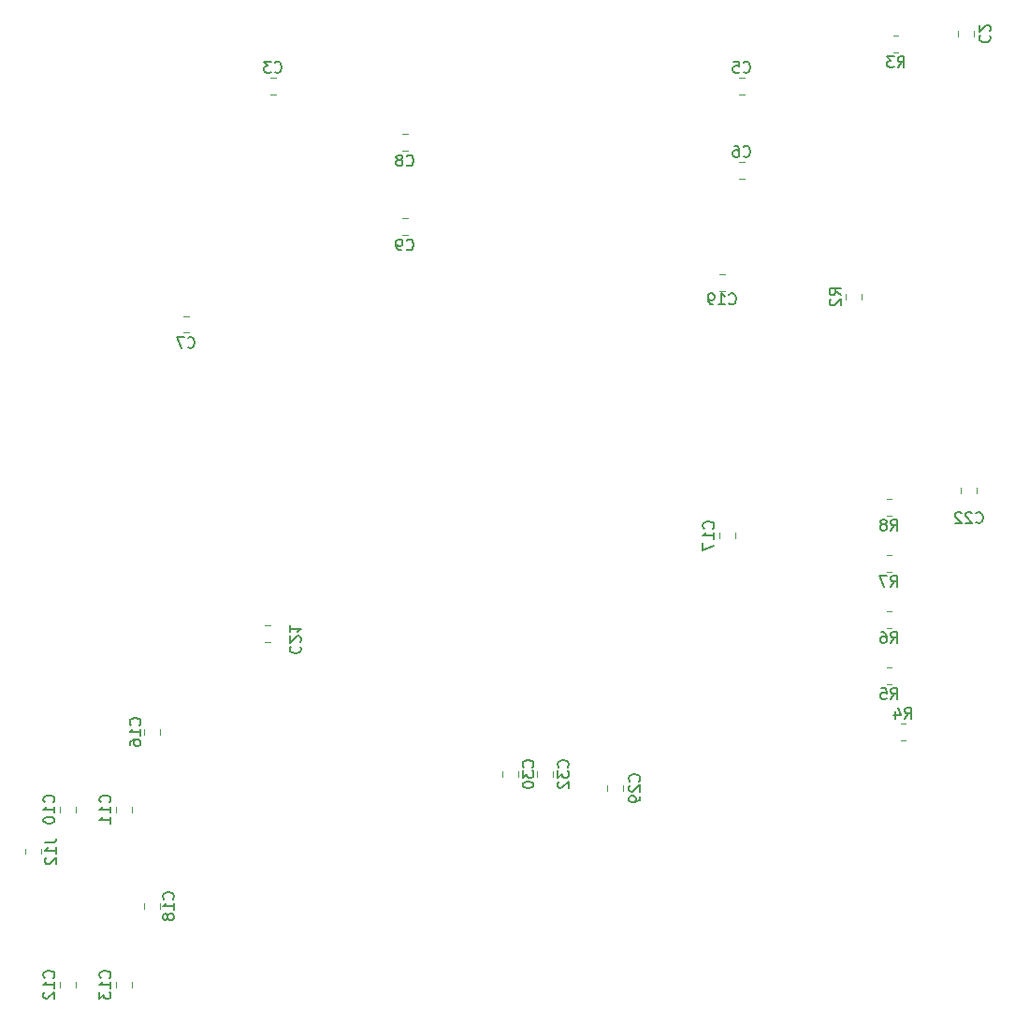
<source format=gbr>
%TF.GenerationSoftware,KiCad,Pcbnew,(5.1.9)-1*%
%TF.CreationDate,2021-11-03T00:36:12-04:00*%
%TF.ProjectId,main,6d61696e-2e6b-4696-9361-645f70636258,rev?*%
%TF.SameCoordinates,Original*%
%TF.FileFunction,Legend,Bot*%
%TF.FilePolarity,Positive*%
%FSLAX46Y46*%
G04 Gerber Fmt 4.6, Leading zero omitted, Abs format (unit mm)*
G04 Created by KiCad (PCBNEW (5.1.9)-1) date 2021-11-03 00:36:12*
%MOMM*%
%LPD*%
G01*
G04 APERTURE LIST*
%ADD10C,0.120000*%
%ADD11C,0.150000*%
G04 APERTURE END LIST*
D10*
%TO.C,J12*%
X29310000Y-105002064D02*
X29310000Y-104547936D01*
X27840000Y-105002064D02*
X27840000Y-104547936D01*
%TO.C,R8*%
X105817936Y-72925000D02*
X106272064Y-72925000D01*
X105817936Y-74395000D02*
X106272064Y-74395000D01*
%TO.C,R7*%
X105817936Y-78005000D02*
X106272064Y-78005000D01*
X105817936Y-79475000D02*
X106272064Y-79475000D01*
%TO.C,R6*%
X105817936Y-83085000D02*
X106272064Y-83085000D01*
X105817936Y-84555000D02*
X106272064Y-84555000D01*
%TO.C,R5*%
X105817936Y-88165000D02*
X106272064Y-88165000D01*
X105817936Y-89635000D02*
X106272064Y-89635000D01*
%TO.C,R4*%
X107542064Y-94715000D02*
X107087936Y-94715000D01*
X107542064Y-93245000D02*
X107087936Y-93245000D01*
%TO.C,C13*%
X37565000Y-116578748D02*
X37565000Y-117101252D01*
X36095000Y-116578748D02*
X36095000Y-117101252D01*
%TO.C,C12*%
X32485000Y-116578748D02*
X32485000Y-117101252D01*
X31015000Y-116578748D02*
X31015000Y-117101252D01*
%TO.C,C11*%
X37565000Y-100703748D02*
X37565000Y-101226252D01*
X36095000Y-100703748D02*
X36095000Y-101226252D01*
%TO.C,C10*%
X32485000Y-100703748D02*
X32485000Y-101226252D01*
X31015000Y-100703748D02*
X31015000Y-101226252D01*
%TO.C,R3*%
X106452936Y-32485000D02*
X106907064Y-32485000D01*
X106452936Y-31015000D02*
X106907064Y-31015000D01*
%TO.C,R2*%
X102135000Y-54382936D02*
X102135000Y-54837064D01*
X103605000Y-54382936D02*
X103605000Y-54837064D01*
%TO.C,C9*%
X61968748Y-48995000D02*
X62491252Y-48995000D01*
X61968748Y-47525000D02*
X62491252Y-47525000D01*
%TO.C,C8*%
X61968748Y-41375000D02*
X62491252Y-41375000D01*
X61968748Y-39905000D02*
X62491252Y-39905000D01*
%TO.C,C7*%
X42153048Y-57856900D02*
X42675552Y-57856900D01*
X42153048Y-56386900D02*
X42675552Y-56386900D01*
%TO.C,C6*%
X92971252Y-42445000D02*
X92448748Y-42445000D01*
X92971252Y-43915000D02*
X92448748Y-43915000D01*
%TO.C,C5*%
X92971252Y-34825000D02*
X92448748Y-34825000D01*
X92971252Y-36295000D02*
X92448748Y-36295000D01*
%TO.C,C32*%
X74195000Y-98051252D02*
X74195000Y-97528748D01*
X75665000Y-98051252D02*
X75665000Y-97528748D01*
%TO.C,C30*%
X71020000Y-98051252D02*
X71020000Y-97528748D01*
X72490000Y-98051252D02*
X72490000Y-97528748D01*
%TO.C,C3*%
X50553252Y-36295000D02*
X50030748Y-36295000D01*
X50553252Y-34825000D02*
X50030748Y-34825000D01*
%TO.C,C2*%
X112264800Y-31063552D02*
X112264800Y-30541048D01*
X113734800Y-31063552D02*
X113734800Y-30541048D01*
%TO.C,C29*%
X82015000Y-99321252D02*
X82015000Y-98798748D01*
X80545000Y-99321252D02*
X80545000Y-98798748D01*
%TO.C,C22*%
X112549000Y-71874748D02*
X112549000Y-72397252D01*
X114019000Y-71874748D02*
X114019000Y-72397252D01*
%TO.C,C21*%
X49522748Y-85825000D02*
X50045252Y-85825000D01*
X49522748Y-84355000D02*
X50045252Y-84355000D01*
%TO.C,C19*%
X91193252Y-52605000D02*
X90670748Y-52605000D01*
X91193252Y-54075000D02*
X90670748Y-54075000D01*
%TO.C,C18*%
X40105000Y-109989252D02*
X40105000Y-109466748D01*
X38635000Y-109989252D02*
X38635000Y-109466748D01*
%TO.C,C17*%
X90705000Y-75938748D02*
X90705000Y-76461252D01*
X92175000Y-75938748D02*
X92175000Y-76461252D01*
%TO.C,C16*%
X40105000Y-94241252D02*
X40105000Y-93718748D01*
X38635000Y-94241252D02*
X38635000Y-93718748D01*
%TO.C,J12*%
D11*
X29677380Y-103965476D02*
X30391666Y-103965476D01*
X30534523Y-103917857D01*
X30629761Y-103822619D01*
X30677380Y-103679761D01*
X30677380Y-103584523D01*
X30677380Y-104965476D02*
X30677380Y-104394047D01*
X30677380Y-104679761D02*
X29677380Y-104679761D01*
X29820238Y-104584523D01*
X29915476Y-104489285D01*
X29963095Y-104394047D01*
X29772619Y-105346428D02*
X29725000Y-105394047D01*
X29677380Y-105489285D01*
X29677380Y-105727380D01*
X29725000Y-105822619D01*
X29772619Y-105870238D01*
X29867857Y-105917857D01*
X29963095Y-105917857D01*
X30105952Y-105870238D01*
X30677380Y-105298809D01*
X30677380Y-105917857D01*
%TO.C,R8*%
X106211666Y-75762380D02*
X106545000Y-75286190D01*
X106783095Y-75762380D02*
X106783095Y-74762380D01*
X106402142Y-74762380D01*
X106306904Y-74810000D01*
X106259285Y-74857619D01*
X106211666Y-74952857D01*
X106211666Y-75095714D01*
X106259285Y-75190952D01*
X106306904Y-75238571D01*
X106402142Y-75286190D01*
X106783095Y-75286190D01*
X105640238Y-75190952D02*
X105735476Y-75143333D01*
X105783095Y-75095714D01*
X105830714Y-75000476D01*
X105830714Y-74952857D01*
X105783095Y-74857619D01*
X105735476Y-74810000D01*
X105640238Y-74762380D01*
X105449761Y-74762380D01*
X105354523Y-74810000D01*
X105306904Y-74857619D01*
X105259285Y-74952857D01*
X105259285Y-75000476D01*
X105306904Y-75095714D01*
X105354523Y-75143333D01*
X105449761Y-75190952D01*
X105640238Y-75190952D01*
X105735476Y-75238571D01*
X105783095Y-75286190D01*
X105830714Y-75381428D01*
X105830714Y-75571904D01*
X105783095Y-75667142D01*
X105735476Y-75714761D01*
X105640238Y-75762380D01*
X105449761Y-75762380D01*
X105354523Y-75714761D01*
X105306904Y-75667142D01*
X105259285Y-75571904D01*
X105259285Y-75381428D01*
X105306904Y-75286190D01*
X105354523Y-75238571D01*
X105449761Y-75190952D01*
%TO.C,R7*%
X106211666Y-80842380D02*
X106545000Y-80366190D01*
X106783095Y-80842380D02*
X106783095Y-79842380D01*
X106402142Y-79842380D01*
X106306904Y-79890000D01*
X106259285Y-79937619D01*
X106211666Y-80032857D01*
X106211666Y-80175714D01*
X106259285Y-80270952D01*
X106306904Y-80318571D01*
X106402142Y-80366190D01*
X106783095Y-80366190D01*
X105878333Y-79842380D02*
X105211666Y-79842380D01*
X105640238Y-80842380D01*
%TO.C,R6*%
X106211666Y-85922380D02*
X106545000Y-85446190D01*
X106783095Y-85922380D02*
X106783095Y-84922380D01*
X106402142Y-84922380D01*
X106306904Y-84970000D01*
X106259285Y-85017619D01*
X106211666Y-85112857D01*
X106211666Y-85255714D01*
X106259285Y-85350952D01*
X106306904Y-85398571D01*
X106402142Y-85446190D01*
X106783095Y-85446190D01*
X105354523Y-84922380D02*
X105545000Y-84922380D01*
X105640238Y-84970000D01*
X105687857Y-85017619D01*
X105783095Y-85160476D01*
X105830714Y-85350952D01*
X105830714Y-85731904D01*
X105783095Y-85827142D01*
X105735476Y-85874761D01*
X105640238Y-85922380D01*
X105449761Y-85922380D01*
X105354523Y-85874761D01*
X105306904Y-85827142D01*
X105259285Y-85731904D01*
X105259285Y-85493809D01*
X105306904Y-85398571D01*
X105354523Y-85350952D01*
X105449761Y-85303333D01*
X105640238Y-85303333D01*
X105735476Y-85350952D01*
X105783095Y-85398571D01*
X105830714Y-85493809D01*
%TO.C,R5*%
X106211666Y-91002380D02*
X106545000Y-90526190D01*
X106783095Y-91002380D02*
X106783095Y-90002380D01*
X106402142Y-90002380D01*
X106306904Y-90050000D01*
X106259285Y-90097619D01*
X106211666Y-90192857D01*
X106211666Y-90335714D01*
X106259285Y-90430952D01*
X106306904Y-90478571D01*
X106402142Y-90526190D01*
X106783095Y-90526190D01*
X105306904Y-90002380D02*
X105783095Y-90002380D01*
X105830714Y-90478571D01*
X105783095Y-90430952D01*
X105687857Y-90383333D01*
X105449761Y-90383333D01*
X105354523Y-90430952D01*
X105306904Y-90478571D01*
X105259285Y-90573809D01*
X105259285Y-90811904D01*
X105306904Y-90907142D01*
X105354523Y-90954761D01*
X105449761Y-91002380D01*
X105687857Y-91002380D01*
X105783095Y-90954761D01*
X105830714Y-90907142D01*
%TO.C,R4*%
X107481666Y-92782380D02*
X107815000Y-92306190D01*
X108053095Y-92782380D02*
X108053095Y-91782380D01*
X107672142Y-91782380D01*
X107576904Y-91830000D01*
X107529285Y-91877619D01*
X107481666Y-91972857D01*
X107481666Y-92115714D01*
X107529285Y-92210952D01*
X107576904Y-92258571D01*
X107672142Y-92306190D01*
X108053095Y-92306190D01*
X106624523Y-92115714D02*
X106624523Y-92782380D01*
X106862619Y-91734761D02*
X107100714Y-92449047D01*
X106481666Y-92449047D01*
%TO.C,C13*%
X35507142Y-116197142D02*
X35554761Y-116149523D01*
X35602380Y-116006666D01*
X35602380Y-115911428D01*
X35554761Y-115768571D01*
X35459523Y-115673333D01*
X35364285Y-115625714D01*
X35173809Y-115578095D01*
X35030952Y-115578095D01*
X34840476Y-115625714D01*
X34745238Y-115673333D01*
X34650000Y-115768571D01*
X34602380Y-115911428D01*
X34602380Y-116006666D01*
X34650000Y-116149523D01*
X34697619Y-116197142D01*
X35602380Y-117149523D02*
X35602380Y-116578095D01*
X35602380Y-116863809D02*
X34602380Y-116863809D01*
X34745238Y-116768571D01*
X34840476Y-116673333D01*
X34888095Y-116578095D01*
X34602380Y-117482857D02*
X34602380Y-118101904D01*
X34983333Y-117768571D01*
X34983333Y-117911428D01*
X35030952Y-118006666D01*
X35078571Y-118054285D01*
X35173809Y-118101904D01*
X35411904Y-118101904D01*
X35507142Y-118054285D01*
X35554761Y-118006666D01*
X35602380Y-117911428D01*
X35602380Y-117625714D01*
X35554761Y-117530476D01*
X35507142Y-117482857D01*
%TO.C,C12*%
X30427142Y-116197142D02*
X30474761Y-116149523D01*
X30522380Y-116006666D01*
X30522380Y-115911428D01*
X30474761Y-115768571D01*
X30379523Y-115673333D01*
X30284285Y-115625714D01*
X30093809Y-115578095D01*
X29950952Y-115578095D01*
X29760476Y-115625714D01*
X29665238Y-115673333D01*
X29570000Y-115768571D01*
X29522380Y-115911428D01*
X29522380Y-116006666D01*
X29570000Y-116149523D01*
X29617619Y-116197142D01*
X30522380Y-117149523D02*
X30522380Y-116578095D01*
X30522380Y-116863809D02*
X29522380Y-116863809D01*
X29665238Y-116768571D01*
X29760476Y-116673333D01*
X29808095Y-116578095D01*
X29617619Y-117530476D02*
X29570000Y-117578095D01*
X29522380Y-117673333D01*
X29522380Y-117911428D01*
X29570000Y-118006666D01*
X29617619Y-118054285D01*
X29712857Y-118101904D01*
X29808095Y-118101904D01*
X29950952Y-118054285D01*
X30522380Y-117482857D01*
X30522380Y-118101904D01*
%TO.C,C11*%
X35507142Y-100322142D02*
X35554761Y-100274523D01*
X35602380Y-100131666D01*
X35602380Y-100036428D01*
X35554761Y-99893571D01*
X35459523Y-99798333D01*
X35364285Y-99750714D01*
X35173809Y-99703095D01*
X35030952Y-99703095D01*
X34840476Y-99750714D01*
X34745238Y-99798333D01*
X34650000Y-99893571D01*
X34602380Y-100036428D01*
X34602380Y-100131666D01*
X34650000Y-100274523D01*
X34697619Y-100322142D01*
X35602380Y-101274523D02*
X35602380Y-100703095D01*
X35602380Y-100988809D02*
X34602380Y-100988809D01*
X34745238Y-100893571D01*
X34840476Y-100798333D01*
X34888095Y-100703095D01*
X35602380Y-102226904D02*
X35602380Y-101655476D01*
X35602380Y-101941190D02*
X34602380Y-101941190D01*
X34745238Y-101845952D01*
X34840476Y-101750714D01*
X34888095Y-101655476D01*
%TO.C,C10*%
X30427142Y-100322142D02*
X30474761Y-100274523D01*
X30522380Y-100131666D01*
X30522380Y-100036428D01*
X30474761Y-99893571D01*
X30379523Y-99798333D01*
X30284285Y-99750714D01*
X30093809Y-99703095D01*
X29950952Y-99703095D01*
X29760476Y-99750714D01*
X29665238Y-99798333D01*
X29570000Y-99893571D01*
X29522380Y-100036428D01*
X29522380Y-100131666D01*
X29570000Y-100274523D01*
X29617619Y-100322142D01*
X30522380Y-101274523D02*
X30522380Y-100703095D01*
X30522380Y-100988809D02*
X29522380Y-100988809D01*
X29665238Y-100893571D01*
X29760476Y-100798333D01*
X29808095Y-100703095D01*
X29522380Y-101893571D02*
X29522380Y-101988809D01*
X29570000Y-102084047D01*
X29617619Y-102131666D01*
X29712857Y-102179285D01*
X29903333Y-102226904D01*
X30141428Y-102226904D01*
X30331904Y-102179285D01*
X30427142Y-102131666D01*
X30474761Y-102084047D01*
X30522380Y-101988809D01*
X30522380Y-101893571D01*
X30474761Y-101798333D01*
X30427142Y-101750714D01*
X30331904Y-101703095D01*
X30141428Y-101655476D01*
X29903333Y-101655476D01*
X29712857Y-101703095D01*
X29617619Y-101750714D01*
X29570000Y-101798333D01*
X29522380Y-101893571D01*
%TO.C,R3*%
X106846666Y-33852380D02*
X107180000Y-33376190D01*
X107418095Y-33852380D02*
X107418095Y-32852380D01*
X107037142Y-32852380D01*
X106941904Y-32900000D01*
X106894285Y-32947619D01*
X106846666Y-33042857D01*
X106846666Y-33185714D01*
X106894285Y-33280952D01*
X106941904Y-33328571D01*
X107037142Y-33376190D01*
X107418095Y-33376190D01*
X106513333Y-32852380D02*
X105894285Y-32852380D01*
X106227619Y-33233333D01*
X106084761Y-33233333D01*
X105989523Y-33280952D01*
X105941904Y-33328571D01*
X105894285Y-33423809D01*
X105894285Y-33661904D01*
X105941904Y-33757142D01*
X105989523Y-33804761D01*
X106084761Y-33852380D01*
X106370476Y-33852380D01*
X106465714Y-33804761D01*
X106513333Y-33757142D01*
%TO.C,R2*%
X101672380Y-54443333D02*
X101196190Y-54110000D01*
X101672380Y-53871904D02*
X100672380Y-53871904D01*
X100672380Y-54252857D01*
X100720000Y-54348095D01*
X100767619Y-54395714D01*
X100862857Y-54443333D01*
X101005714Y-54443333D01*
X101100952Y-54395714D01*
X101148571Y-54348095D01*
X101196190Y-54252857D01*
X101196190Y-53871904D01*
X100767619Y-54824285D02*
X100720000Y-54871904D01*
X100672380Y-54967142D01*
X100672380Y-55205238D01*
X100720000Y-55300476D01*
X100767619Y-55348095D01*
X100862857Y-55395714D01*
X100958095Y-55395714D01*
X101100952Y-55348095D01*
X101672380Y-54776666D01*
X101672380Y-55395714D01*
%TO.C,C9*%
X62396666Y-50297142D02*
X62444285Y-50344761D01*
X62587142Y-50392380D01*
X62682380Y-50392380D01*
X62825238Y-50344761D01*
X62920476Y-50249523D01*
X62968095Y-50154285D01*
X63015714Y-49963809D01*
X63015714Y-49820952D01*
X62968095Y-49630476D01*
X62920476Y-49535238D01*
X62825238Y-49440000D01*
X62682380Y-49392380D01*
X62587142Y-49392380D01*
X62444285Y-49440000D01*
X62396666Y-49487619D01*
X61920476Y-50392380D02*
X61730000Y-50392380D01*
X61634761Y-50344761D01*
X61587142Y-50297142D01*
X61491904Y-50154285D01*
X61444285Y-49963809D01*
X61444285Y-49582857D01*
X61491904Y-49487619D01*
X61539523Y-49440000D01*
X61634761Y-49392380D01*
X61825238Y-49392380D01*
X61920476Y-49440000D01*
X61968095Y-49487619D01*
X62015714Y-49582857D01*
X62015714Y-49820952D01*
X61968095Y-49916190D01*
X61920476Y-49963809D01*
X61825238Y-50011428D01*
X61634761Y-50011428D01*
X61539523Y-49963809D01*
X61491904Y-49916190D01*
X61444285Y-49820952D01*
%TO.C,C8*%
X62396666Y-42677142D02*
X62444285Y-42724761D01*
X62587142Y-42772380D01*
X62682380Y-42772380D01*
X62825238Y-42724761D01*
X62920476Y-42629523D01*
X62968095Y-42534285D01*
X63015714Y-42343809D01*
X63015714Y-42200952D01*
X62968095Y-42010476D01*
X62920476Y-41915238D01*
X62825238Y-41820000D01*
X62682380Y-41772380D01*
X62587142Y-41772380D01*
X62444285Y-41820000D01*
X62396666Y-41867619D01*
X61825238Y-42200952D02*
X61920476Y-42153333D01*
X61968095Y-42105714D01*
X62015714Y-42010476D01*
X62015714Y-41962857D01*
X61968095Y-41867619D01*
X61920476Y-41820000D01*
X61825238Y-41772380D01*
X61634761Y-41772380D01*
X61539523Y-41820000D01*
X61491904Y-41867619D01*
X61444285Y-41962857D01*
X61444285Y-42010476D01*
X61491904Y-42105714D01*
X61539523Y-42153333D01*
X61634761Y-42200952D01*
X61825238Y-42200952D01*
X61920476Y-42248571D01*
X61968095Y-42296190D01*
X62015714Y-42391428D01*
X62015714Y-42581904D01*
X61968095Y-42677142D01*
X61920476Y-42724761D01*
X61825238Y-42772380D01*
X61634761Y-42772380D01*
X61539523Y-42724761D01*
X61491904Y-42677142D01*
X61444285Y-42581904D01*
X61444285Y-42391428D01*
X61491904Y-42296190D01*
X61539523Y-42248571D01*
X61634761Y-42200952D01*
%TO.C,C7*%
X42580966Y-59159042D02*
X42628585Y-59206661D01*
X42771442Y-59254280D01*
X42866680Y-59254280D01*
X43009538Y-59206661D01*
X43104776Y-59111423D01*
X43152395Y-59016185D01*
X43200014Y-58825709D01*
X43200014Y-58682852D01*
X43152395Y-58492376D01*
X43104776Y-58397138D01*
X43009538Y-58301900D01*
X42866680Y-58254280D01*
X42771442Y-58254280D01*
X42628585Y-58301900D01*
X42580966Y-58349519D01*
X42247633Y-58254280D02*
X41580966Y-58254280D01*
X42009538Y-59254280D01*
%TO.C,C6*%
X92876666Y-41857142D02*
X92924285Y-41904761D01*
X93067142Y-41952380D01*
X93162380Y-41952380D01*
X93305238Y-41904761D01*
X93400476Y-41809523D01*
X93448095Y-41714285D01*
X93495714Y-41523809D01*
X93495714Y-41380952D01*
X93448095Y-41190476D01*
X93400476Y-41095238D01*
X93305238Y-41000000D01*
X93162380Y-40952380D01*
X93067142Y-40952380D01*
X92924285Y-41000000D01*
X92876666Y-41047619D01*
X92019523Y-40952380D02*
X92210000Y-40952380D01*
X92305238Y-41000000D01*
X92352857Y-41047619D01*
X92448095Y-41190476D01*
X92495714Y-41380952D01*
X92495714Y-41761904D01*
X92448095Y-41857142D01*
X92400476Y-41904761D01*
X92305238Y-41952380D01*
X92114761Y-41952380D01*
X92019523Y-41904761D01*
X91971904Y-41857142D01*
X91924285Y-41761904D01*
X91924285Y-41523809D01*
X91971904Y-41428571D01*
X92019523Y-41380952D01*
X92114761Y-41333333D01*
X92305238Y-41333333D01*
X92400476Y-41380952D01*
X92448095Y-41428571D01*
X92495714Y-41523809D01*
%TO.C,C5*%
X92876666Y-34237142D02*
X92924285Y-34284761D01*
X93067142Y-34332380D01*
X93162380Y-34332380D01*
X93305238Y-34284761D01*
X93400476Y-34189523D01*
X93448095Y-34094285D01*
X93495714Y-33903809D01*
X93495714Y-33760952D01*
X93448095Y-33570476D01*
X93400476Y-33475238D01*
X93305238Y-33380000D01*
X93162380Y-33332380D01*
X93067142Y-33332380D01*
X92924285Y-33380000D01*
X92876666Y-33427619D01*
X91971904Y-33332380D02*
X92448095Y-33332380D01*
X92495714Y-33808571D01*
X92448095Y-33760952D01*
X92352857Y-33713333D01*
X92114761Y-33713333D01*
X92019523Y-33760952D01*
X91971904Y-33808571D01*
X91924285Y-33903809D01*
X91924285Y-34141904D01*
X91971904Y-34237142D01*
X92019523Y-34284761D01*
X92114761Y-34332380D01*
X92352857Y-34332380D01*
X92448095Y-34284761D01*
X92495714Y-34237142D01*
%TO.C,C32*%
X76967142Y-97147142D02*
X77014761Y-97099523D01*
X77062380Y-96956666D01*
X77062380Y-96861428D01*
X77014761Y-96718571D01*
X76919523Y-96623333D01*
X76824285Y-96575714D01*
X76633809Y-96528095D01*
X76490952Y-96528095D01*
X76300476Y-96575714D01*
X76205238Y-96623333D01*
X76110000Y-96718571D01*
X76062380Y-96861428D01*
X76062380Y-96956666D01*
X76110000Y-97099523D01*
X76157619Y-97147142D01*
X76062380Y-97480476D02*
X76062380Y-98099523D01*
X76443333Y-97766190D01*
X76443333Y-97909047D01*
X76490952Y-98004285D01*
X76538571Y-98051904D01*
X76633809Y-98099523D01*
X76871904Y-98099523D01*
X76967142Y-98051904D01*
X77014761Y-98004285D01*
X77062380Y-97909047D01*
X77062380Y-97623333D01*
X77014761Y-97528095D01*
X76967142Y-97480476D01*
X76157619Y-98480476D02*
X76110000Y-98528095D01*
X76062380Y-98623333D01*
X76062380Y-98861428D01*
X76110000Y-98956666D01*
X76157619Y-99004285D01*
X76252857Y-99051904D01*
X76348095Y-99051904D01*
X76490952Y-99004285D01*
X77062380Y-98432857D01*
X77062380Y-99051904D01*
%TO.C,C30*%
X73792142Y-97147142D02*
X73839761Y-97099523D01*
X73887380Y-96956666D01*
X73887380Y-96861428D01*
X73839761Y-96718571D01*
X73744523Y-96623333D01*
X73649285Y-96575714D01*
X73458809Y-96528095D01*
X73315952Y-96528095D01*
X73125476Y-96575714D01*
X73030238Y-96623333D01*
X72935000Y-96718571D01*
X72887380Y-96861428D01*
X72887380Y-96956666D01*
X72935000Y-97099523D01*
X72982619Y-97147142D01*
X72887380Y-97480476D02*
X72887380Y-98099523D01*
X73268333Y-97766190D01*
X73268333Y-97909047D01*
X73315952Y-98004285D01*
X73363571Y-98051904D01*
X73458809Y-98099523D01*
X73696904Y-98099523D01*
X73792142Y-98051904D01*
X73839761Y-98004285D01*
X73887380Y-97909047D01*
X73887380Y-97623333D01*
X73839761Y-97528095D01*
X73792142Y-97480476D01*
X72887380Y-98718571D02*
X72887380Y-98813809D01*
X72935000Y-98909047D01*
X72982619Y-98956666D01*
X73077857Y-99004285D01*
X73268333Y-99051904D01*
X73506428Y-99051904D01*
X73696904Y-99004285D01*
X73792142Y-98956666D01*
X73839761Y-98909047D01*
X73887380Y-98813809D01*
X73887380Y-98718571D01*
X73839761Y-98623333D01*
X73792142Y-98575714D01*
X73696904Y-98528095D01*
X73506428Y-98480476D01*
X73268333Y-98480476D01*
X73077857Y-98528095D01*
X72982619Y-98575714D01*
X72935000Y-98623333D01*
X72887380Y-98718571D01*
%TO.C,C3*%
X50458666Y-34237142D02*
X50506285Y-34284761D01*
X50649142Y-34332380D01*
X50744380Y-34332380D01*
X50887238Y-34284761D01*
X50982476Y-34189523D01*
X51030095Y-34094285D01*
X51077714Y-33903809D01*
X51077714Y-33760952D01*
X51030095Y-33570476D01*
X50982476Y-33475238D01*
X50887238Y-33380000D01*
X50744380Y-33332380D01*
X50649142Y-33332380D01*
X50506285Y-33380000D01*
X50458666Y-33427619D01*
X50125333Y-33332380D02*
X49506285Y-33332380D01*
X49839619Y-33713333D01*
X49696761Y-33713333D01*
X49601523Y-33760952D01*
X49553904Y-33808571D01*
X49506285Y-33903809D01*
X49506285Y-34141904D01*
X49553904Y-34237142D01*
X49601523Y-34284761D01*
X49696761Y-34332380D01*
X49982476Y-34332380D01*
X50077714Y-34284761D01*
X50125333Y-34237142D01*
%TO.C,C2*%
X114322657Y-30968966D02*
X114275038Y-31016585D01*
X114227419Y-31159442D01*
X114227419Y-31254680D01*
X114275038Y-31397538D01*
X114370276Y-31492776D01*
X114465514Y-31540395D01*
X114655990Y-31588014D01*
X114798847Y-31588014D01*
X114989323Y-31540395D01*
X115084561Y-31492776D01*
X115179800Y-31397538D01*
X115227419Y-31254680D01*
X115227419Y-31159442D01*
X115179800Y-31016585D01*
X115132180Y-30968966D01*
X115132180Y-30588014D02*
X115179800Y-30540395D01*
X115227419Y-30445157D01*
X115227419Y-30207061D01*
X115179800Y-30111823D01*
X115132180Y-30064204D01*
X115036942Y-30016585D01*
X114941704Y-30016585D01*
X114798847Y-30064204D01*
X114227419Y-30635633D01*
X114227419Y-30016585D01*
%TO.C,C29*%
X83415142Y-98417142D02*
X83462761Y-98369523D01*
X83510380Y-98226666D01*
X83510380Y-98131428D01*
X83462761Y-97988571D01*
X83367523Y-97893333D01*
X83272285Y-97845714D01*
X83081809Y-97798095D01*
X82938952Y-97798095D01*
X82748476Y-97845714D01*
X82653238Y-97893333D01*
X82558000Y-97988571D01*
X82510380Y-98131428D01*
X82510380Y-98226666D01*
X82558000Y-98369523D01*
X82605619Y-98417142D01*
X82605619Y-98798095D02*
X82558000Y-98845714D01*
X82510380Y-98940952D01*
X82510380Y-99179047D01*
X82558000Y-99274285D01*
X82605619Y-99321904D01*
X82700857Y-99369523D01*
X82796095Y-99369523D01*
X82938952Y-99321904D01*
X83510380Y-98750476D01*
X83510380Y-99369523D01*
X83510380Y-99845714D02*
X83510380Y-100036190D01*
X83462761Y-100131428D01*
X83415142Y-100179047D01*
X83272285Y-100274285D01*
X83081809Y-100321904D01*
X82700857Y-100321904D01*
X82605619Y-100274285D01*
X82558000Y-100226666D01*
X82510380Y-100131428D01*
X82510380Y-99940952D01*
X82558000Y-99845714D01*
X82605619Y-99798095D01*
X82700857Y-99750476D01*
X82938952Y-99750476D01*
X83034190Y-99798095D01*
X83081809Y-99845714D01*
X83129428Y-99940952D01*
X83129428Y-100131428D01*
X83081809Y-100226666D01*
X83034190Y-100274285D01*
X82938952Y-100321904D01*
%TO.C,C22*%
X113926857Y-74993142D02*
X113974476Y-75040761D01*
X114117333Y-75088380D01*
X114212571Y-75088380D01*
X114355428Y-75040761D01*
X114450666Y-74945523D01*
X114498285Y-74850285D01*
X114545904Y-74659809D01*
X114545904Y-74516952D01*
X114498285Y-74326476D01*
X114450666Y-74231238D01*
X114355428Y-74136000D01*
X114212571Y-74088380D01*
X114117333Y-74088380D01*
X113974476Y-74136000D01*
X113926857Y-74183619D01*
X113545904Y-74183619D02*
X113498285Y-74136000D01*
X113403047Y-74088380D01*
X113164952Y-74088380D01*
X113069714Y-74136000D01*
X113022095Y-74183619D01*
X112974476Y-74278857D01*
X112974476Y-74374095D01*
X113022095Y-74516952D01*
X113593523Y-75088380D01*
X112974476Y-75088380D01*
X112593523Y-74183619D02*
X112545904Y-74136000D01*
X112450666Y-74088380D01*
X112212571Y-74088380D01*
X112117333Y-74136000D01*
X112069714Y-74183619D01*
X112022095Y-74278857D01*
X112022095Y-74374095D01*
X112069714Y-74516952D01*
X112641142Y-75088380D01*
X112022095Y-75088380D01*
%TO.C,C21*%
X51926857Y-86232857D02*
X51879238Y-86280476D01*
X51831619Y-86423333D01*
X51831619Y-86518571D01*
X51879238Y-86661428D01*
X51974476Y-86756666D01*
X52069714Y-86804285D01*
X52260190Y-86851904D01*
X52403047Y-86851904D01*
X52593523Y-86804285D01*
X52688761Y-86756666D01*
X52784000Y-86661428D01*
X52831619Y-86518571D01*
X52831619Y-86423333D01*
X52784000Y-86280476D01*
X52736380Y-86232857D01*
X52736380Y-85851904D02*
X52784000Y-85804285D01*
X52831619Y-85709047D01*
X52831619Y-85470952D01*
X52784000Y-85375714D01*
X52736380Y-85328095D01*
X52641142Y-85280476D01*
X52545904Y-85280476D01*
X52403047Y-85328095D01*
X51831619Y-85899523D01*
X51831619Y-85280476D01*
X51831619Y-84328095D02*
X51831619Y-84899523D01*
X51831619Y-84613809D02*
X52831619Y-84613809D01*
X52688761Y-84709047D01*
X52593523Y-84804285D01*
X52545904Y-84899523D01*
%TO.C,C19*%
X91574857Y-55197142D02*
X91622476Y-55244761D01*
X91765333Y-55292380D01*
X91860571Y-55292380D01*
X92003428Y-55244761D01*
X92098666Y-55149523D01*
X92146285Y-55054285D01*
X92193904Y-54863809D01*
X92193904Y-54720952D01*
X92146285Y-54530476D01*
X92098666Y-54435238D01*
X92003428Y-54340000D01*
X91860571Y-54292380D01*
X91765333Y-54292380D01*
X91622476Y-54340000D01*
X91574857Y-54387619D01*
X90622476Y-55292380D02*
X91193904Y-55292380D01*
X90908190Y-55292380D02*
X90908190Y-54292380D01*
X91003428Y-54435238D01*
X91098666Y-54530476D01*
X91193904Y-54578095D01*
X90146285Y-55292380D02*
X89955809Y-55292380D01*
X89860571Y-55244761D01*
X89812952Y-55197142D01*
X89717714Y-55054285D01*
X89670095Y-54863809D01*
X89670095Y-54482857D01*
X89717714Y-54387619D01*
X89765333Y-54340000D01*
X89860571Y-54292380D01*
X90051047Y-54292380D01*
X90146285Y-54340000D01*
X90193904Y-54387619D01*
X90241523Y-54482857D01*
X90241523Y-54720952D01*
X90193904Y-54816190D01*
X90146285Y-54863809D01*
X90051047Y-54911428D01*
X89860571Y-54911428D01*
X89765333Y-54863809D01*
X89717714Y-54816190D01*
X89670095Y-54720952D01*
%TO.C,C18*%
X41227142Y-109085142D02*
X41274761Y-109037523D01*
X41322380Y-108894666D01*
X41322380Y-108799428D01*
X41274761Y-108656571D01*
X41179523Y-108561333D01*
X41084285Y-108513714D01*
X40893809Y-108466095D01*
X40750952Y-108466095D01*
X40560476Y-108513714D01*
X40465238Y-108561333D01*
X40370000Y-108656571D01*
X40322380Y-108799428D01*
X40322380Y-108894666D01*
X40370000Y-109037523D01*
X40417619Y-109085142D01*
X41322380Y-110037523D02*
X41322380Y-109466095D01*
X41322380Y-109751809D02*
X40322380Y-109751809D01*
X40465238Y-109656571D01*
X40560476Y-109561333D01*
X40608095Y-109466095D01*
X40750952Y-110608952D02*
X40703333Y-110513714D01*
X40655714Y-110466095D01*
X40560476Y-110418476D01*
X40512857Y-110418476D01*
X40417619Y-110466095D01*
X40370000Y-110513714D01*
X40322380Y-110608952D01*
X40322380Y-110799428D01*
X40370000Y-110894666D01*
X40417619Y-110942285D01*
X40512857Y-110989904D01*
X40560476Y-110989904D01*
X40655714Y-110942285D01*
X40703333Y-110894666D01*
X40750952Y-110799428D01*
X40750952Y-110608952D01*
X40798571Y-110513714D01*
X40846190Y-110466095D01*
X40941428Y-110418476D01*
X41131904Y-110418476D01*
X41227142Y-110466095D01*
X41274761Y-110513714D01*
X41322380Y-110608952D01*
X41322380Y-110799428D01*
X41274761Y-110894666D01*
X41227142Y-110942285D01*
X41131904Y-110989904D01*
X40941428Y-110989904D01*
X40846190Y-110942285D01*
X40798571Y-110894666D01*
X40750952Y-110799428D01*
%TO.C,C17*%
X90117142Y-75557142D02*
X90164761Y-75509523D01*
X90212380Y-75366666D01*
X90212380Y-75271428D01*
X90164761Y-75128571D01*
X90069523Y-75033333D01*
X89974285Y-74985714D01*
X89783809Y-74938095D01*
X89640952Y-74938095D01*
X89450476Y-74985714D01*
X89355238Y-75033333D01*
X89260000Y-75128571D01*
X89212380Y-75271428D01*
X89212380Y-75366666D01*
X89260000Y-75509523D01*
X89307619Y-75557142D01*
X90212380Y-76509523D02*
X90212380Y-75938095D01*
X90212380Y-76223809D02*
X89212380Y-76223809D01*
X89355238Y-76128571D01*
X89450476Y-76033333D01*
X89498095Y-75938095D01*
X89212380Y-76842857D02*
X89212380Y-77509523D01*
X90212380Y-77080952D01*
%TO.C,C16*%
X38227142Y-93337142D02*
X38274761Y-93289523D01*
X38322380Y-93146666D01*
X38322380Y-93051428D01*
X38274761Y-92908571D01*
X38179523Y-92813333D01*
X38084285Y-92765714D01*
X37893809Y-92718095D01*
X37750952Y-92718095D01*
X37560476Y-92765714D01*
X37465238Y-92813333D01*
X37370000Y-92908571D01*
X37322380Y-93051428D01*
X37322380Y-93146666D01*
X37370000Y-93289523D01*
X37417619Y-93337142D01*
X38322380Y-94289523D02*
X38322380Y-93718095D01*
X38322380Y-94003809D02*
X37322380Y-94003809D01*
X37465238Y-93908571D01*
X37560476Y-93813333D01*
X37608095Y-93718095D01*
X37322380Y-95146666D02*
X37322380Y-94956190D01*
X37370000Y-94860952D01*
X37417619Y-94813333D01*
X37560476Y-94718095D01*
X37750952Y-94670476D01*
X38131904Y-94670476D01*
X38227142Y-94718095D01*
X38274761Y-94765714D01*
X38322380Y-94860952D01*
X38322380Y-95051428D01*
X38274761Y-95146666D01*
X38227142Y-95194285D01*
X38131904Y-95241904D01*
X37893809Y-95241904D01*
X37798571Y-95194285D01*
X37750952Y-95146666D01*
X37703333Y-95051428D01*
X37703333Y-94860952D01*
X37750952Y-94765714D01*
X37798571Y-94718095D01*
X37893809Y-94670476D01*
%TD*%
M02*

</source>
